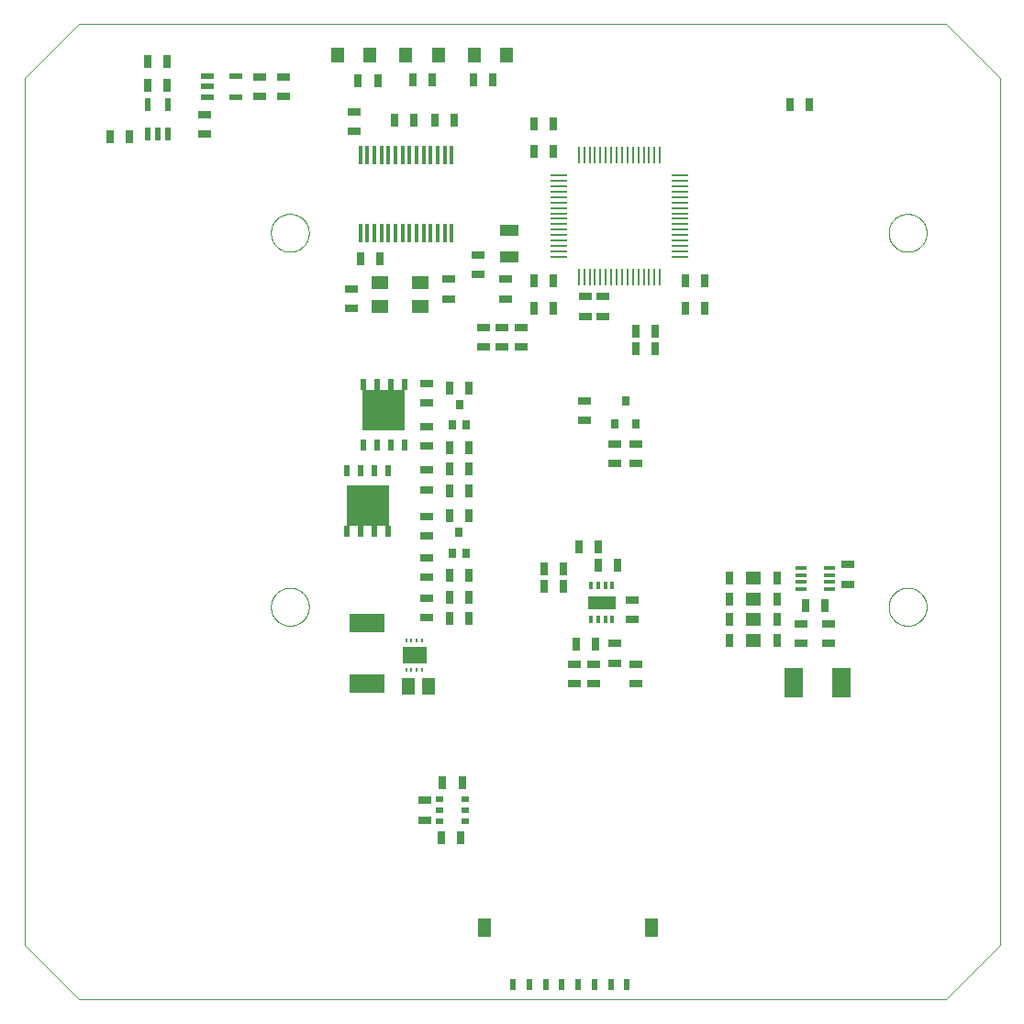
<source format=gtp>
G75*
%MOIN*%
%OFA0B0*%
%FSLAX25Y25*%
%IPPOS*%
%LPD*%
%AMOC8*
5,1,8,0,0,1.08239X$1,22.5*
%
%ADD10R,0.05118X0.05906*%
%ADD11C,0.00000*%
%ADD12R,0.00787X0.01575*%
%ADD13R,0.08760X0.05906*%
%ADD14R,0.04724X0.02362*%
%ADD15R,0.04724X0.03150*%
%ADD16R,0.02362X0.04724*%
%ADD17R,0.03150X0.04724*%
%ADD18R,0.12598X0.07087*%
%ADD19R,0.03937X0.01772*%
%ADD20R,0.01575X0.02756*%
%ADD21R,0.10000X0.05000*%
%ADD22R,0.03150X0.03543*%
%ADD23R,0.07087X0.10630*%
%ADD24R,0.02756X0.03543*%
%ADD25R,0.02402X0.04016*%
%ADD26R,0.15394X0.15000*%
%ADD27R,0.00984X0.06102*%
%ADD28R,0.06102X0.00984*%
%ADD29R,0.01575X0.06890*%
%ADD30R,0.07087X0.03937*%
%ADD31R,0.06299X0.04921*%
%ADD32R,0.03937X0.00984*%
%ADD33R,0.00984X0.03937*%
%ADD34R,0.02756X0.02000*%
%ADD35R,0.02362X0.03937*%
%ADD36R,0.04921X0.07087*%
%ADD37R,0.04724X0.05512*%
D10*
X0142502Y0115101D03*
X0149983Y0115101D03*
D11*
X0003172Y0020888D02*
X0003172Y0335849D01*
X0022857Y0355534D01*
X0337817Y0355534D01*
X0357502Y0335849D01*
X0357502Y0020888D01*
X0337817Y0001203D01*
X0022857Y0001203D01*
X0003172Y0020888D01*
X0092738Y0143920D02*
X0092740Y0144089D01*
X0092746Y0144258D01*
X0092757Y0144427D01*
X0092771Y0144595D01*
X0092790Y0144763D01*
X0092813Y0144931D01*
X0092839Y0145098D01*
X0092870Y0145264D01*
X0092905Y0145430D01*
X0092944Y0145594D01*
X0092988Y0145758D01*
X0093035Y0145920D01*
X0093086Y0146081D01*
X0093141Y0146241D01*
X0093200Y0146400D01*
X0093262Y0146557D01*
X0093329Y0146712D01*
X0093400Y0146866D01*
X0093474Y0147018D01*
X0093552Y0147168D01*
X0093633Y0147316D01*
X0093718Y0147462D01*
X0093807Y0147606D01*
X0093899Y0147748D01*
X0093995Y0147887D01*
X0094094Y0148024D01*
X0094196Y0148159D01*
X0094302Y0148291D01*
X0094411Y0148420D01*
X0094523Y0148547D01*
X0094638Y0148671D01*
X0094756Y0148792D01*
X0094877Y0148910D01*
X0095001Y0149025D01*
X0095128Y0149137D01*
X0095257Y0149246D01*
X0095389Y0149352D01*
X0095524Y0149454D01*
X0095661Y0149553D01*
X0095800Y0149649D01*
X0095942Y0149741D01*
X0096086Y0149830D01*
X0096232Y0149915D01*
X0096380Y0149996D01*
X0096530Y0150074D01*
X0096682Y0150148D01*
X0096836Y0150219D01*
X0096991Y0150286D01*
X0097148Y0150348D01*
X0097307Y0150407D01*
X0097467Y0150462D01*
X0097628Y0150513D01*
X0097790Y0150560D01*
X0097954Y0150604D01*
X0098118Y0150643D01*
X0098284Y0150678D01*
X0098450Y0150709D01*
X0098617Y0150735D01*
X0098785Y0150758D01*
X0098953Y0150777D01*
X0099121Y0150791D01*
X0099290Y0150802D01*
X0099459Y0150808D01*
X0099628Y0150810D01*
X0099797Y0150808D01*
X0099966Y0150802D01*
X0100135Y0150791D01*
X0100303Y0150777D01*
X0100471Y0150758D01*
X0100639Y0150735D01*
X0100806Y0150709D01*
X0100972Y0150678D01*
X0101138Y0150643D01*
X0101302Y0150604D01*
X0101466Y0150560D01*
X0101628Y0150513D01*
X0101789Y0150462D01*
X0101949Y0150407D01*
X0102108Y0150348D01*
X0102265Y0150286D01*
X0102420Y0150219D01*
X0102574Y0150148D01*
X0102726Y0150074D01*
X0102876Y0149996D01*
X0103024Y0149915D01*
X0103170Y0149830D01*
X0103314Y0149741D01*
X0103456Y0149649D01*
X0103595Y0149553D01*
X0103732Y0149454D01*
X0103867Y0149352D01*
X0103999Y0149246D01*
X0104128Y0149137D01*
X0104255Y0149025D01*
X0104379Y0148910D01*
X0104500Y0148792D01*
X0104618Y0148671D01*
X0104733Y0148547D01*
X0104845Y0148420D01*
X0104954Y0148291D01*
X0105060Y0148159D01*
X0105162Y0148024D01*
X0105261Y0147887D01*
X0105357Y0147748D01*
X0105449Y0147606D01*
X0105538Y0147462D01*
X0105623Y0147316D01*
X0105704Y0147168D01*
X0105782Y0147018D01*
X0105856Y0146866D01*
X0105927Y0146712D01*
X0105994Y0146557D01*
X0106056Y0146400D01*
X0106115Y0146241D01*
X0106170Y0146081D01*
X0106221Y0145920D01*
X0106268Y0145758D01*
X0106312Y0145594D01*
X0106351Y0145430D01*
X0106386Y0145264D01*
X0106417Y0145098D01*
X0106443Y0144931D01*
X0106466Y0144763D01*
X0106485Y0144595D01*
X0106499Y0144427D01*
X0106510Y0144258D01*
X0106516Y0144089D01*
X0106518Y0143920D01*
X0106516Y0143751D01*
X0106510Y0143582D01*
X0106499Y0143413D01*
X0106485Y0143245D01*
X0106466Y0143077D01*
X0106443Y0142909D01*
X0106417Y0142742D01*
X0106386Y0142576D01*
X0106351Y0142410D01*
X0106312Y0142246D01*
X0106268Y0142082D01*
X0106221Y0141920D01*
X0106170Y0141759D01*
X0106115Y0141599D01*
X0106056Y0141440D01*
X0105994Y0141283D01*
X0105927Y0141128D01*
X0105856Y0140974D01*
X0105782Y0140822D01*
X0105704Y0140672D01*
X0105623Y0140524D01*
X0105538Y0140378D01*
X0105449Y0140234D01*
X0105357Y0140092D01*
X0105261Y0139953D01*
X0105162Y0139816D01*
X0105060Y0139681D01*
X0104954Y0139549D01*
X0104845Y0139420D01*
X0104733Y0139293D01*
X0104618Y0139169D01*
X0104500Y0139048D01*
X0104379Y0138930D01*
X0104255Y0138815D01*
X0104128Y0138703D01*
X0103999Y0138594D01*
X0103867Y0138488D01*
X0103732Y0138386D01*
X0103595Y0138287D01*
X0103456Y0138191D01*
X0103314Y0138099D01*
X0103170Y0138010D01*
X0103024Y0137925D01*
X0102876Y0137844D01*
X0102726Y0137766D01*
X0102574Y0137692D01*
X0102420Y0137621D01*
X0102265Y0137554D01*
X0102108Y0137492D01*
X0101949Y0137433D01*
X0101789Y0137378D01*
X0101628Y0137327D01*
X0101466Y0137280D01*
X0101302Y0137236D01*
X0101138Y0137197D01*
X0100972Y0137162D01*
X0100806Y0137131D01*
X0100639Y0137105D01*
X0100471Y0137082D01*
X0100303Y0137063D01*
X0100135Y0137049D01*
X0099966Y0137038D01*
X0099797Y0137032D01*
X0099628Y0137030D01*
X0099459Y0137032D01*
X0099290Y0137038D01*
X0099121Y0137049D01*
X0098953Y0137063D01*
X0098785Y0137082D01*
X0098617Y0137105D01*
X0098450Y0137131D01*
X0098284Y0137162D01*
X0098118Y0137197D01*
X0097954Y0137236D01*
X0097790Y0137280D01*
X0097628Y0137327D01*
X0097467Y0137378D01*
X0097307Y0137433D01*
X0097148Y0137492D01*
X0096991Y0137554D01*
X0096836Y0137621D01*
X0096682Y0137692D01*
X0096530Y0137766D01*
X0096380Y0137844D01*
X0096232Y0137925D01*
X0096086Y0138010D01*
X0095942Y0138099D01*
X0095800Y0138191D01*
X0095661Y0138287D01*
X0095524Y0138386D01*
X0095389Y0138488D01*
X0095257Y0138594D01*
X0095128Y0138703D01*
X0095001Y0138815D01*
X0094877Y0138930D01*
X0094756Y0139048D01*
X0094638Y0139169D01*
X0094523Y0139293D01*
X0094411Y0139420D01*
X0094302Y0139549D01*
X0094196Y0139681D01*
X0094094Y0139816D01*
X0093995Y0139953D01*
X0093899Y0140092D01*
X0093807Y0140234D01*
X0093718Y0140378D01*
X0093633Y0140524D01*
X0093552Y0140672D01*
X0093474Y0140822D01*
X0093400Y0140974D01*
X0093329Y0141128D01*
X0093262Y0141283D01*
X0093200Y0141440D01*
X0093141Y0141599D01*
X0093086Y0141759D01*
X0093035Y0141920D01*
X0092988Y0142082D01*
X0092944Y0142246D01*
X0092905Y0142410D01*
X0092870Y0142576D01*
X0092839Y0142742D01*
X0092813Y0142909D01*
X0092790Y0143077D01*
X0092771Y0143245D01*
X0092757Y0143413D01*
X0092746Y0143582D01*
X0092740Y0143751D01*
X0092738Y0143920D01*
X0092738Y0279746D02*
X0092740Y0279915D01*
X0092746Y0280084D01*
X0092757Y0280253D01*
X0092771Y0280421D01*
X0092790Y0280589D01*
X0092813Y0280757D01*
X0092839Y0280924D01*
X0092870Y0281090D01*
X0092905Y0281256D01*
X0092944Y0281420D01*
X0092988Y0281584D01*
X0093035Y0281746D01*
X0093086Y0281907D01*
X0093141Y0282067D01*
X0093200Y0282226D01*
X0093262Y0282383D01*
X0093329Y0282538D01*
X0093400Y0282692D01*
X0093474Y0282844D01*
X0093552Y0282994D01*
X0093633Y0283142D01*
X0093718Y0283288D01*
X0093807Y0283432D01*
X0093899Y0283574D01*
X0093995Y0283713D01*
X0094094Y0283850D01*
X0094196Y0283985D01*
X0094302Y0284117D01*
X0094411Y0284246D01*
X0094523Y0284373D01*
X0094638Y0284497D01*
X0094756Y0284618D01*
X0094877Y0284736D01*
X0095001Y0284851D01*
X0095128Y0284963D01*
X0095257Y0285072D01*
X0095389Y0285178D01*
X0095524Y0285280D01*
X0095661Y0285379D01*
X0095800Y0285475D01*
X0095942Y0285567D01*
X0096086Y0285656D01*
X0096232Y0285741D01*
X0096380Y0285822D01*
X0096530Y0285900D01*
X0096682Y0285974D01*
X0096836Y0286045D01*
X0096991Y0286112D01*
X0097148Y0286174D01*
X0097307Y0286233D01*
X0097467Y0286288D01*
X0097628Y0286339D01*
X0097790Y0286386D01*
X0097954Y0286430D01*
X0098118Y0286469D01*
X0098284Y0286504D01*
X0098450Y0286535D01*
X0098617Y0286561D01*
X0098785Y0286584D01*
X0098953Y0286603D01*
X0099121Y0286617D01*
X0099290Y0286628D01*
X0099459Y0286634D01*
X0099628Y0286636D01*
X0099797Y0286634D01*
X0099966Y0286628D01*
X0100135Y0286617D01*
X0100303Y0286603D01*
X0100471Y0286584D01*
X0100639Y0286561D01*
X0100806Y0286535D01*
X0100972Y0286504D01*
X0101138Y0286469D01*
X0101302Y0286430D01*
X0101466Y0286386D01*
X0101628Y0286339D01*
X0101789Y0286288D01*
X0101949Y0286233D01*
X0102108Y0286174D01*
X0102265Y0286112D01*
X0102420Y0286045D01*
X0102574Y0285974D01*
X0102726Y0285900D01*
X0102876Y0285822D01*
X0103024Y0285741D01*
X0103170Y0285656D01*
X0103314Y0285567D01*
X0103456Y0285475D01*
X0103595Y0285379D01*
X0103732Y0285280D01*
X0103867Y0285178D01*
X0103999Y0285072D01*
X0104128Y0284963D01*
X0104255Y0284851D01*
X0104379Y0284736D01*
X0104500Y0284618D01*
X0104618Y0284497D01*
X0104733Y0284373D01*
X0104845Y0284246D01*
X0104954Y0284117D01*
X0105060Y0283985D01*
X0105162Y0283850D01*
X0105261Y0283713D01*
X0105357Y0283574D01*
X0105449Y0283432D01*
X0105538Y0283288D01*
X0105623Y0283142D01*
X0105704Y0282994D01*
X0105782Y0282844D01*
X0105856Y0282692D01*
X0105927Y0282538D01*
X0105994Y0282383D01*
X0106056Y0282226D01*
X0106115Y0282067D01*
X0106170Y0281907D01*
X0106221Y0281746D01*
X0106268Y0281584D01*
X0106312Y0281420D01*
X0106351Y0281256D01*
X0106386Y0281090D01*
X0106417Y0280924D01*
X0106443Y0280757D01*
X0106466Y0280589D01*
X0106485Y0280421D01*
X0106499Y0280253D01*
X0106510Y0280084D01*
X0106516Y0279915D01*
X0106518Y0279746D01*
X0106516Y0279577D01*
X0106510Y0279408D01*
X0106499Y0279239D01*
X0106485Y0279071D01*
X0106466Y0278903D01*
X0106443Y0278735D01*
X0106417Y0278568D01*
X0106386Y0278402D01*
X0106351Y0278236D01*
X0106312Y0278072D01*
X0106268Y0277908D01*
X0106221Y0277746D01*
X0106170Y0277585D01*
X0106115Y0277425D01*
X0106056Y0277266D01*
X0105994Y0277109D01*
X0105927Y0276954D01*
X0105856Y0276800D01*
X0105782Y0276648D01*
X0105704Y0276498D01*
X0105623Y0276350D01*
X0105538Y0276204D01*
X0105449Y0276060D01*
X0105357Y0275918D01*
X0105261Y0275779D01*
X0105162Y0275642D01*
X0105060Y0275507D01*
X0104954Y0275375D01*
X0104845Y0275246D01*
X0104733Y0275119D01*
X0104618Y0274995D01*
X0104500Y0274874D01*
X0104379Y0274756D01*
X0104255Y0274641D01*
X0104128Y0274529D01*
X0103999Y0274420D01*
X0103867Y0274314D01*
X0103732Y0274212D01*
X0103595Y0274113D01*
X0103456Y0274017D01*
X0103314Y0273925D01*
X0103170Y0273836D01*
X0103024Y0273751D01*
X0102876Y0273670D01*
X0102726Y0273592D01*
X0102574Y0273518D01*
X0102420Y0273447D01*
X0102265Y0273380D01*
X0102108Y0273318D01*
X0101949Y0273259D01*
X0101789Y0273204D01*
X0101628Y0273153D01*
X0101466Y0273106D01*
X0101302Y0273062D01*
X0101138Y0273023D01*
X0100972Y0272988D01*
X0100806Y0272957D01*
X0100639Y0272931D01*
X0100471Y0272908D01*
X0100303Y0272889D01*
X0100135Y0272875D01*
X0099966Y0272864D01*
X0099797Y0272858D01*
X0099628Y0272856D01*
X0099459Y0272858D01*
X0099290Y0272864D01*
X0099121Y0272875D01*
X0098953Y0272889D01*
X0098785Y0272908D01*
X0098617Y0272931D01*
X0098450Y0272957D01*
X0098284Y0272988D01*
X0098118Y0273023D01*
X0097954Y0273062D01*
X0097790Y0273106D01*
X0097628Y0273153D01*
X0097467Y0273204D01*
X0097307Y0273259D01*
X0097148Y0273318D01*
X0096991Y0273380D01*
X0096836Y0273447D01*
X0096682Y0273518D01*
X0096530Y0273592D01*
X0096380Y0273670D01*
X0096232Y0273751D01*
X0096086Y0273836D01*
X0095942Y0273925D01*
X0095800Y0274017D01*
X0095661Y0274113D01*
X0095524Y0274212D01*
X0095389Y0274314D01*
X0095257Y0274420D01*
X0095128Y0274529D01*
X0095001Y0274641D01*
X0094877Y0274756D01*
X0094756Y0274874D01*
X0094638Y0274995D01*
X0094523Y0275119D01*
X0094411Y0275246D01*
X0094302Y0275375D01*
X0094196Y0275507D01*
X0094094Y0275642D01*
X0093995Y0275779D01*
X0093899Y0275918D01*
X0093807Y0276060D01*
X0093718Y0276204D01*
X0093633Y0276350D01*
X0093552Y0276498D01*
X0093474Y0276648D01*
X0093400Y0276800D01*
X0093329Y0276954D01*
X0093262Y0277109D01*
X0093200Y0277266D01*
X0093141Y0277425D01*
X0093086Y0277585D01*
X0093035Y0277746D01*
X0092988Y0277908D01*
X0092944Y0278072D01*
X0092905Y0278236D01*
X0092870Y0278402D01*
X0092839Y0278568D01*
X0092813Y0278735D01*
X0092790Y0278903D01*
X0092771Y0279071D01*
X0092757Y0279239D01*
X0092746Y0279408D01*
X0092740Y0279577D01*
X0092738Y0279746D01*
X0317148Y0279746D02*
X0317150Y0279915D01*
X0317156Y0280084D01*
X0317167Y0280253D01*
X0317181Y0280421D01*
X0317200Y0280589D01*
X0317223Y0280757D01*
X0317249Y0280924D01*
X0317280Y0281090D01*
X0317315Y0281256D01*
X0317354Y0281420D01*
X0317398Y0281584D01*
X0317445Y0281746D01*
X0317496Y0281907D01*
X0317551Y0282067D01*
X0317610Y0282226D01*
X0317672Y0282383D01*
X0317739Y0282538D01*
X0317810Y0282692D01*
X0317884Y0282844D01*
X0317962Y0282994D01*
X0318043Y0283142D01*
X0318128Y0283288D01*
X0318217Y0283432D01*
X0318309Y0283574D01*
X0318405Y0283713D01*
X0318504Y0283850D01*
X0318606Y0283985D01*
X0318712Y0284117D01*
X0318821Y0284246D01*
X0318933Y0284373D01*
X0319048Y0284497D01*
X0319166Y0284618D01*
X0319287Y0284736D01*
X0319411Y0284851D01*
X0319538Y0284963D01*
X0319667Y0285072D01*
X0319799Y0285178D01*
X0319934Y0285280D01*
X0320071Y0285379D01*
X0320210Y0285475D01*
X0320352Y0285567D01*
X0320496Y0285656D01*
X0320642Y0285741D01*
X0320790Y0285822D01*
X0320940Y0285900D01*
X0321092Y0285974D01*
X0321246Y0286045D01*
X0321401Y0286112D01*
X0321558Y0286174D01*
X0321717Y0286233D01*
X0321877Y0286288D01*
X0322038Y0286339D01*
X0322200Y0286386D01*
X0322364Y0286430D01*
X0322528Y0286469D01*
X0322694Y0286504D01*
X0322860Y0286535D01*
X0323027Y0286561D01*
X0323195Y0286584D01*
X0323363Y0286603D01*
X0323531Y0286617D01*
X0323700Y0286628D01*
X0323869Y0286634D01*
X0324038Y0286636D01*
X0324207Y0286634D01*
X0324376Y0286628D01*
X0324545Y0286617D01*
X0324713Y0286603D01*
X0324881Y0286584D01*
X0325049Y0286561D01*
X0325216Y0286535D01*
X0325382Y0286504D01*
X0325548Y0286469D01*
X0325712Y0286430D01*
X0325876Y0286386D01*
X0326038Y0286339D01*
X0326199Y0286288D01*
X0326359Y0286233D01*
X0326518Y0286174D01*
X0326675Y0286112D01*
X0326830Y0286045D01*
X0326984Y0285974D01*
X0327136Y0285900D01*
X0327286Y0285822D01*
X0327434Y0285741D01*
X0327580Y0285656D01*
X0327724Y0285567D01*
X0327866Y0285475D01*
X0328005Y0285379D01*
X0328142Y0285280D01*
X0328277Y0285178D01*
X0328409Y0285072D01*
X0328538Y0284963D01*
X0328665Y0284851D01*
X0328789Y0284736D01*
X0328910Y0284618D01*
X0329028Y0284497D01*
X0329143Y0284373D01*
X0329255Y0284246D01*
X0329364Y0284117D01*
X0329470Y0283985D01*
X0329572Y0283850D01*
X0329671Y0283713D01*
X0329767Y0283574D01*
X0329859Y0283432D01*
X0329948Y0283288D01*
X0330033Y0283142D01*
X0330114Y0282994D01*
X0330192Y0282844D01*
X0330266Y0282692D01*
X0330337Y0282538D01*
X0330404Y0282383D01*
X0330466Y0282226D01*
X0330525Y0282067D01*
X0330580Y0281907D01*
X0330631Y0281746D01*
X0330678Y0281584D01*
X0330722Y0281420D01*
X0330761Y0281256D01*
X0330796Y0281090D01*
X0330827Y0280924D01*
X0330853Y0280757D01*
X0330876Y0280589D01*
X0330895Y0280421D01*
X0330909Y0280253D01*
X0330920Y0280084D01*
X0330926Y0279915D01*
X0330928Y0279746D01*
X0330926Y0279577D01*
X0330920Y0279408D01*
X0330909Y0279239D01*
X0330895Y0279071D01*
X0330876Y0278903D01*
X0330853Y0278735D01*
X0330827Y0278568D01*
X0330796Y0278402D01*
X0330761Y0278236D01*
X0330722Y0278072D01*
X0330678Y0277908D01*
X0330631Y0277746D01*
X0330580Y0277585D01*
X0330525Y0277425D01*
X0330466Y0277266D01*
X0330404Y0277109D01*
X0330337Y0276954D01*
X0330266Y0276800D01*
X0330192Y0276648D01*
X0330114Y0276498D01*
X0330033Y0276350D01*
X0329948Y0276204D01*
X0329859Y0276060D01*
X0329767Y0275918D01*
X0329671Y0275779D01*
X0329572Y0275642D01*
X0329470Y0275507D01*
X0329364Y0275375D01*
X0329255Y0275246D01*
X0329143Y0275119D01*
X0329028Y0274995D01*
X0328910Y0274874D01*
X0328789Y0274756D01*
X0328665Y0274641D01*
X0328538Y0274529D01*
X0328409Y0274420D01*
X0328277Y0274314D01*
X0328142Y0274212D01*
X0328005Y0274113D01*
X0327866Y0274017D01*
X0327724Y0273925D01*
X0327580Y0273836D01*
X0327434Y0273751D01*
X0327286Y0273670D01*
X0327136Y0273592D01*
X0326984Y0273518D01*
X0326830Y0273447D01*
X0326675Y0273380D01*
X0326518Y0273318D01*
X0326359Y0273259D01*
X0326199Y0273204D01*
X0326038Y0273153D01*
X0325876Y0273106D01*
X0325712Y0273062D01*
X0325548Y0273023D01*
X0325382Y0272988D01*
X0325216Y0272957D01*
X0325049Y0272931D01*
X0324881Y0272908D01*
X0324713Y0272889D01*
X0324545Y0272875D01*
X0324376Y0272864D01*
X0324207Y0272858D01*
X0324038Y0272856D01*
X0323869Y0272858D01*
X0323700Y0272864D01*
X0323531Y0272875D01*
X0323363Y0272889D01*
X0323195Y0272908D01*
X0323027Y0272931D01*
X0322860Y0272957D01*
X0322694Y0272988D01*
X0322528Y0273023D01*
X0322364Y0273062D01*
X0322200Y0273106D01*
X0322038Y0273153D01*
X0321877Y0273204D01*
X0321717Y0273259D01*
X0321558Y0273318D01*
X0321401Y0273380D01*
X0321246Y0273447D01*
X0321092Y0273518D01*
X0320940Y0273592D01*
X0320790Y0273670D01*
X0320642Y0273751D01*
X0320496Y0273836D01*
X0320352Y0273925D01*
X0320210Y0274017D01*
X0320071Y0274113D01*
X0319934Y0274212D01*
X0319799Y0274314D01*
X0319667Y0274420D01*
X0319538Y0274529D01*
X0319411Y0274641D01*
X0319287Y0274756D01*
X0319166Y0274874D01*
X0319048Y0274995D01*
X0318933Y0275119D01*
X0318821Y0275246D01*
X0318712Y0275375D01*
X0318606Y0275507D01*
X0318504Y0275642D01*
X0318405Y0275779D01*
X0318309Y0275918D01*
X0318217Y0276060D01*
X0318128Y0276204D01*
X0318043Y0276350D01*
X0317962Y0276498D01*
X0317884Y0276648D01*
X0317810Y0276800D01*
X0317739Y0276954D01*
X0317672Y0277109D01*
X0317610Y0277266D01*
X0317551Y0277425D01*
X0317496Y0277585D01*
X0317445Y0277746D01*
X0317398Y0277908D01*
X0317354Y0278072D01*
X0317315Y0278236D01*
X0317280Y0278402D01*
X0317249Y0278568D01*
X0317223Y0278735D01*
X0317200Y0278903D01*
X0317181Y0279071D01*
X0317167Y0279239D01*
X0317156Y0279408D01*
X0317150Y0279577D01*
X0317148Y0279746D01*
X0317148Y0143920D02*
X0317150Y0144089D01*
X0317156Y0144258D01*
X0317167Y0144427D01*
X0317181Y0144595D01*
X0317200Y0144763D01*
X0317223Y0144931D01*
X0317249Y0145098D01*
X0317280Y0145264D01*
X0317315Y0145430D01*
X0317354Y0145594D01*
X0317398Y0145758D01*
X0317445Y0145920D01*
X0317496Y0146081D01*
X0317551Y0146241D01*
X0317610Y0146400D01*
X0317672Y0146557D01*
X0317739Y0146712D01*
X0317810Y0146866D01*
X0317884Y0147018D01*
X0317962Y0147168D01*
X0318043Y0147316D01*
X0318128Y0147462D01*
X0318217Y0147606D01*
X0318309Y0147748D01*
X0318405Y0147887D01*
X0318504Y0148024D01*
X0318606Y0148159D01*
X0318712Y0148291D01*
X0318821Y0148420D01*
X0318933Y0148547D01*
X0319048Y0148671D01*
X0319166Y0148792D01*
X0319287Y0148910D01*
X0319411Y0149025D01*
X0319538Y0149137D01*
X0319667Y0149246D01*
X0319799Y0149352D01*
X0319934Y0149454D01*
X0320071Y0149553D01*
X0320210Y0149649D01*
X0320352Y0149741D01*
X0320496Y0149830D01*
X0320642Y0149915D01*
X0320790Y0149996D01*
X0320940Y0150074D01*
X0321092Y0150148D01*
X0321246Y0150219D01*
X0321401Y0150286D01*
X0321558Y0150348D01*
X0321717Y0150407D01*
X0321877Y0150462D01*
X0322038Y0150513D01*
X0322200Y0150560D01*
X0322364Y0150604D01*
X0322528Y0150643D01*
X0322694Y0150678D01*
X0322860Y0150709D01*
X0323027Y0150735D01*
X0323195Y0150758D01*
X0323363Y0150777D01*
X0323531Y0150791D01*
X0323700Y0150802D01*
X0323869Y0150808D01*
X0324038Y0150810D01*
X0324207Y0150808D01*
X0324376Y0150802D01*
X0324545Y0150791D01*
X0324713Y0150777D01*
X0324881Y0150758D01*
X0325049Y0150735D01*
X0325216Y0150709D01*
X0325382Y0150678D01*
X0325548Y0150643D01*
X0325712Y0150604D01*
X0325876Y0150560D01*
X0326038Y0150513D01*
X0326199Y0150462D01*
X0326359Y0150407D01*
X0326518Y0150348D01*
X0326675Y0150286D01*
X0326830Y0150219D01*
X0326984Y0150148D01*
X0327136Y0150074D01*
X0327286Y0149996D01*
X0327434Y0149915D01*
X0327580Y0149830D01*
X0327724Y0149741D01*
X0327866Y0149649D01*
X0328005Y0149553D01*
X0328142Y0149454D01*
X0328277Y0149352D01*
X0328409Y0149246D01*
X0328538Y0149137D01*
X0328665Y0149025D01*
X0328789Y0148910D01*
X0328910Y0148792D01*
X0329028Y0148671D01*
X0329143Y0148547D01*
X0329255Y0148420D01*
X0329364Y0148291D01*
X0329470Y0148159D01*
X0329572Y0148024D01*
X0329671Y0147887D01*
X0329767Y0147748D01*
X0329859Y0147606D01*
X0329948Y0147462D01*
X0330033Y0147316D01*
X0330114Y0147168D01*
X0330192Y0147018D01*
X0330266Y0146866D01*
X0330337Y0146712D01*
X0330404Y0146557D01*
X0330466Y0146400D01*
X0330525Y0146241D01*
X0330580Y0146081D01*
X0330631Y0145920D01*
X0330678Y0145758D01*
X0330722Y0145594D01*
X0330761Y0145430D01*
X0330796Y0145264D01*
X0330827Y0145098D01*
X0330853Y0144931D01*
X0330876Y0144763D01*
X0330895Y0144595D01*
X0330909Y0144427D01*
X0330920Y0144258D01*
X0330926Y0144089D01*
X0330928Y0143920D01*
X0330926Y0143751D01*
X0330920Y0143582D01*
X0330909Y0143413D01*
X0330895Y0143245D01*
X0330876Y0143077D01*
X0330853Y0142909D01*
X0330827Y0142742D01*
X0330796Y0142576D01*
X0330761Y0142410D01*
X0330722Y0142246D01*
X0330678Y0142082D01*
X0330631Y0141920D01*
X0330580Y0141759D01*
X0330525Y0141599D01*
X0330466Y0141440D01*
X0330404Y0141283D01*
X0330337Y0141128D01*
X0330266Y0140974D01*
X0330192Y0140822D01*
X0330114Y0140672D01*
X0330033Y0140524D01*
X0329948Y0140378D01*
X0329859Y0140234D01*
X0329767Y0140092D01*
X0329671Y0139953D01*
X0329572Y0139816D01*
X0329470Y0139681D01*
X0329364Y0139549D01*
X0329255Y0139420D01*
X0329143Y0139293D01*
X0329028Y0139169D01*
X0328910Y0139048D01*
X0328789Y0138930D01*
X0328665Y0138815D01*
X0328538Y0138703D01*
X0328409Y0138594D01*
X0328277Y0138488D01*
X0328142Y0138386D01*
X0328005Y0138287D01*
X0327866Y0138191D01*
X0327724Y0138099D01*
X0327580Y0138010D01*
X0327434Y0137925D01*
X0327286Y0137844D01*
X0327136Y0137766D01*
X0326984Y0137692D01*
X0326830Y0137621D01*
X0326675Y0137554D01*
X0326518Y0137492D01*
X0326359Y0137433D01*
X0326199Y0137378D01*
X0326038Y0137327D01*
X0325876Y0137280D01*
X0325712Y0137236D01*
X0325548Y0137197D01*
X0325382Y0137162D01*
X0325216Y0137131D01*
X0325049Y0137105D01*
X0324881Y0137082D01*
X0324713Y0137063D01*
X0324545Y0137049D01*
X0324376Y0137038D01*
X0324207Y0137032D01*
X0324038Y0137030D01*
X0323869Y0137032D01*
X0323700Y0137038D01*
X0323531Y0137049D01*
X0323363Y0137063D01*
X0323195Y0137082D01*
X0323027Y0137105D01*
X0322860Y0137131D01*
X0322694Y0137162D01*
X0322528Y0137197D01*
X0322364Y0137236D01*
X0322200Y0137280D01*
X0322038Y0137327D01*
X0321877Y0137378D01*
X0321717Y0137433D01*
X0321558Y0137492D01*
X0321401Y0137554D01*
X0321246Y0137621D01*
X0321092Y0137692D01*
X0320940Y0137766D01*
X0320790Y0137844D01*
X0320642Y0137925D01*
X0320496Y0138010D01*
X0320352Y0138099D01*
X0320210Y0138191D01*
X0320071Y0138287D01*
X0319934Y0138386D01*
X0319799Y0138488D01*
X0319667Y0138594D01*
X0319538Y0138703D01*
X0319411Y0138815D01*
X0319287Y0138930D01*
X0319166Y0139048D01*
X0319048Y0139169D01*
X0318933Y0139293D01*
X0318821Y0139420D01*
X0318712Y0139549D01*
X0318606Y0139681D01*
X0318504Y0139816D01*
X0318405Y0139953D01*
X0318309Y0140092D01*
X0318217Y0140234D01*
X0318128Y0140378D01*
X0318043Y0140524D01*
X0317962Y0140672D01*
X0317884Y0140822D01*
X0317810Y0140974D01*
X0317739Y0141128D01*
X0317672Y0141283D01*
X0317610Y0141440D01*
X0317551Y0141599D01*
X0317496Y0141759D01*
X0317445Y0141920D01*
X0317398Y0142082D01*
X0317354Y0142246D01*
X0317315Y0142410D01*
X0317280Y0142576D01*
X0317249Y0142742D01*
X0317223Y0142909D01*
X0317200Y0143077D01*
X0317181Y0143245D01*
X0317167Y0143413D01*
X0317156Y0143582D01*
X0317150Y0143751D01*
X0317148Y0143920D01*
D12*
X0147739Y0131715D03*
X0145770Y0131715D03*
X0143802Y0131715D03*
X0141833Y0131715D03*
X0141833Y0121085D03*
X0143802Y0121085D03*
X0145770Y0121085D03*
X0147739Y0121085D03*
D13*
X0144835Y0126400D03*
D14*
X0080120Y0329146D03*
X0080120Y0336626D03*
X0069491Y0336626D03*
X0069491Y0332886D03*
X0069491Y0329146D03*
D15*
X0068556Y0322680D03*
X0068556Y0315593D03*
X0088556Y0329343D03*
X0088556Y0336430D03*
X0097306Y0336430D03*
X0097306Y0329343D03*
X0122857Y0323762D03*
X0122857Y0316676D03*
X0168132Y0271754D03*
X0168132Y0264668D03*
X0177975Y0262896D03*
X0177975Y0255809D03*
X0176794Y0245298D03*
X0183487Y0245298D03*
X0183487Y0238211D03*
X0176794Y0238211D03*
X0170101Y0238211D03*
X0170101Y0245298D03*
X0157306Y0255809D03*
X0157306Y0262896D03*
X0121872Y0259294D03*
X0121872Y0252207D03*
X0149431Y0225022D03*
X0149431Y0217935D03*
X0149431Y0209274D03*
X0149431Y0202187D03*
X0149431Y0193526D03*
X0149431Y0186439D03*
X0149431Y0176794D03*
X0149431Y0169707D03*
X0149235Y0161636D03*
X0149235Y0154550D03*
X0149235Y0147069D03*
X0149235Y0139983D03*
X0202975Y0123054D03*
X0202975Y0115967D03*
X0210061Y0115967D03*
X0210061Y0123054D03*
X0217739Y0123447D03*
X0217739Y0130534D03*
X0223841Y0139195D03*
X0223841Y0146282D03*
X0225219Y0123054D03*
X0225219Y0115967D03*
X0285455Y0130652D03*
X0285455Y0137739D03*
X0295455Y0137739D03*
X0295455Y0130652D03*
X0302455Y0152152D03*
X0302455Y0159239D03*
X0225219Y0196085D03*
X0225219Y0203172D03*
X0217739Y0203172D03*
X0217739Y0196085D03*
X0206518Y0211636D03*
X0206518Y0218723D03*
X0206912Y0249431D03*
X0213211Y0249431D03*
X0213211Y0256518D03*
X0206912Y0256518D03*
X0148605Y0073526D03*
X0148605Y0066439D03*
D16*
X0055327Y0315554D03*
X0051587Y0315554D03*
X0047847Y0315554D03*
X0047847Y0326183D03*
X0055327Y0326183D03*
D17*
X0055130Y0333369D03*
X0048044Y0333369D03*
X0048044Y0342119D03*
X0055130Y0342119D03*
X0041380Y0314619D03*
X0034294Y0314619D03*
X0124431Y0335061D03*
X0131518Y0335061D03*
X0144313Y0335455D03*
X0151400Y0335455D03*
X0152207Y0320790D03*
X0159294Y0320790D03*
X0144687Y0320790D03*
X0137601Y0320790D03*
X0166361Y0335455D03*
X0173447Y0335455D03*
X0188290Y0319313D03*
X0195376Y0319313D03*
X0195376Y0309471D03*
X0188290Y0309471D03*
X0188290Y0262227D03*
X0195376Y0262227D03*
X0195376Y0252384D03*
X0188290Y0252384D03*
X0164786Y0223447D03*
X0157699Y0223447D03*
X0157699Y0201794D03*
X0164786Y0201794D03*
X0164786Y0193920D03*
X0157699Y0193920D03*
X0157699Y0186046D03*
X0164786Y0186046D03*
X0164589Y0176991D03*
X0157502Y0176991D03*
X0157502Y0155337D03*
X0164589Y0155337D03*
X0164589Y0147463D03*
X0157502Y0147463D03*
X0157502Y0139589D03*
X0164589Y0139589D03*
X0191951Y0151203D03*
X0191951Y0157699D03*
X0199038Y0157699D03*
X0199038Y0151203D03*
X0211636Y0159077D03*
X0211636Y0165573D03*
X0204550Y0165573D03*
X0218723Y0159077D03*
X0210652Y0130337D03*
X0203565Y0130337D03*
X0162148Y0079983D03*
X0155061Y0079983D03*
X0154561Y0059983D03*
X0161648Y0059983D03*
X0259412Y0131695D03*
X0266498Y0131695D03*
X0269412Y0131695D03*
X0276498Y0131695D03*
X0276498Y0139195D03*
X0269412Y0139195D03*
X0266498Y0139195D03*
X0259412Y0139195D03*
X0259412Y0146695D03*
X0266498Y0146695D03*
X0269412Y0146695D03*
X0276498Y0146695D03*
X0276498Y0154195D03*
X0269412Y0154195D03*
X0266498Y0154195D03*
X0259412Y0154195D03*
X0286912Y0144195D03*
X0293998Y0144195D03*
X0232306Y0237620D03*
X0232306Y0243920D03*
X0225219Y0243920D03*
X0225219Y0237620D03*
X0243250Y0252384D03*
X0250337Y0252384D03*
X0250337Y0262227D03*
X0243250Y0262227D03*
X0281321Y0326400D03*
X0288408Y0326400D03*
X0132286Y0270199D03*
X0125199Y0270199D03*
D18*
X0127542Y0137975D03*
X0127542Y0115928D03*
D19*
X0285337Y0150357D03*
X0285337Y0152916D03*
X0285337Y0155475D03*
X0285337Y0158034D03*
X0295573Y0158034D03*
X0295573Y0155475D03*
X0295573Y0152916D03*
X0295573Y0150357D03*
D20*
X0216754Y0151597D03*
X0214195Y0151597D03*
X0211636Y0151597D03*
X0209077Y0151597D03*
X0209077Y0139195D03*
X0211636Y0139195D03*
X0214195Y0139195D03*
X0216754Y0139195D03*
D21*
X0213014Y0145494D03*
D22*
X0217739Y0210455D03*
X0225219Y0210455D03*
X0221479Y0218723D03*
D23*
X0282502Y0116361D03*
X0299825Y0116361D03*
D24*
X0163605Y0163408D03*
X0158487Y0163408D03*
X0161046Y0170888D03*
X0158683Y0209865D03*
X0163802Y0209865D03*
X0161243Y0217345D03*
D25*
X0141183Y0224609D03*
X0136183Y0224609D03*
X0131183Y0224609D03*
X0126183Y0224609D03*
X0126183Y0202601D03*
X0131183Y0202601D03*
X0136183Y0202601D03*
X0141183Y0202601D03*
X0135475Y0193309D03*
X0130475Y0193309D03*
X0125475Y0193309D03*
X0120475Y0193309D03*
X0120475Y0171302D03*
X0125475Y0171302D03*
X0130475Y0171302D03*
X0135475Y0171302D03*
D26*
X0127975Y0180573D03*
X0133683Y0215337D03*
D27*
X0204550Y0263802D03*
X0206518Y0263802D03*
X0208487Y0263802D03*
X0210455Y0263802D03*
X0212424Y0263802D03*
X0214392Y0263802D03*
X0216361Y0263802D03*
X0218329Y0263802D03*
X0220298Y0263802D03*
X0222266Y0263802D03*
X0224235Y0263802D03*
X0226203Y0263802D03*
X0228172Y0263802D03*
X0230140Y0263802D03*
X0232109Y0263802D03*
X0234077Y0263802D03*
X0234077Y0307896D03*
X0232109Y0307896D03*
X0230140Y0307896D03*
X0228172Y0307896D03*
X0226203Y0307896D03*
X0224235Y0307896D03*
X0222266Y0307896D03*
X0220298Y0307896D03*
X0218329Y0307896D03*
X0216361Y0307896D03*
X0214392Y0307896D03*
X0212424Y0307896D03*
X0210455Y0307896D03*
X0208487Y0307896D03*
X0206518Y0307896D03*
X0204550Y0307896D03*
D28*
X0197266Y0300613D03*
X0197266Y0298644D03*
X0197266Y0296676D03*
X0197266Y0294707D03*
X0197266Y0292739D03*
X0197266Y0290770D03*
X0197266Y0288802D03*
X0197266Y0286833D03*
X0197266Y0284865D03*
X0197266Y0282896D03*
X0197266Y0280928D03*
X0197266Y0278959D03*
X0197266Y0276991D03*
X0197266Y0275022D03*
X0197266Y0273054D03*
X0197266Y0271085D03*
X0241361Y0271085D03*
X0241361Y0273054D03*
X0241361Y0275022D03*
X0241361Y0276991D03*
X0241361Y0278959D03*
X0241361Y0280928D03*
X0241361Y0282896D03*
X0241361Y0284865D03*
X0241361Y0286833D03*
X0241361Y0288802D03*
X0241361Y0290770D03*
X0241361Y0292739D03*
X0241361Y0294707D03*
X0241361Y0296676D03*
X0241361Y0298644D03*
X0241361Y0300613D03*
D29*
X0158447Y0307896D03*
X0155888Y0307896D03*
X0153329Y0307896D03*
X0150770Y0307896D03*
X0148211Y0307896D03*
X0145652Y0307896D03*
X0143093Y0307896D03*
X0140534Y0307896D03*
X0137975Y0307896D03*
X0135416Y0307896D03*
X0132857Y0307896D03*
X0130298Y0307896D03*
X0127739Y0307896D03*
X0125180Y0307896D03*
X0125180Y0279550D03*
X0127739Y0279550D03*
X0130298Y0279550D03*
X0132857Y0279550D03*
X0135416Y0279550D03*
X0137975Y0279550D03*
X0140534Y0279550D03*
X0143093Y0279550D03*
X0145652Y0279550D03*
X0148211Y0279550D03*
X0150770Y0279550D03*
X0153329Y0279550D03*
X0155888Y0279550D03*
X0158447Y0279550D03*
D30*
X0179313Y0280770D03*
X0179313Y0270928D03*
D31*
X0146951Y0261715D03*
X0146951Y0253054D03*
X0132384Y0253054D03*
X0132384Y0261715D03*
D32*
X0122857Y0315967D03*
D33*
X0145002Y0320790D03*
X0196146Y0319318D03*
X0132601Y0270199D03*
X0196069Y0252454D03*
X0242787Y0252254D03*
D34*
X0163180Y0073920D03*
X0163180Y0069983D03*
X0163180Y0066046D03*
X0154030Y0066046D03*
X0154030Y0069983D03*
X0154030Y0073920D03*
D35*
X0180731Y0006715D03*
X0186636Y0006715D03*
X0192542Y0006715D03*
X0198447Y0006715D03*
X0204353Y0006715D03*
X0210258Y0006715D03*
X0216164Y0006715D03*
X0222069Y0006715D03*
D36*
X0231144Y0027187D03*
X0170475Y0027187D03*
D37*
X0166557Y0344313D03*
X0178369Y0344313D03*
X0153565Y0344313D03*
X0141754Y0344313D03*
X0128762Y0344313D03*
X0116951Y0344313D03*
M02*

</source>
